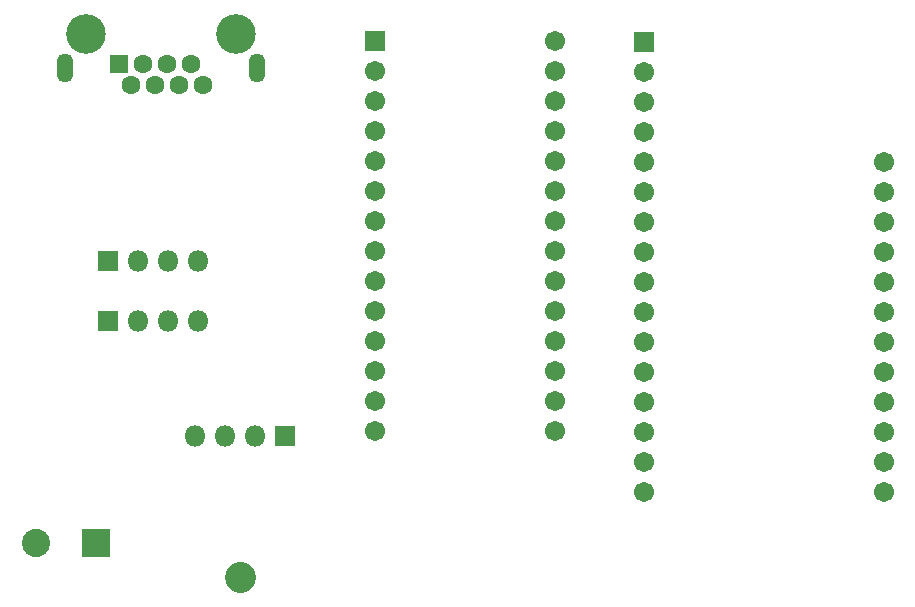
<source format=gbr>
G04 #@! TF.GenerationSoftware,KiCad,Pcbnew,(5.1.5)-3*
G04 #@! TF.CreationDate,2021-10-23T21:01:19-05:00*
G04 #@! TF.ProjectId,ControlInputTestTeensy,436f6e74-726f-46c4-996e-707574546573,rev?*
G04 #@! TF.SameCoordinates,Original*
G04 #@! TF.FileFunction,Soldermask,Top*
G04 #@! TF.FilePolarity,Negative*
%FSLAX46Y46*%
G04 Gerber Fmt 4.6, Leading zero omitted, Abs format (unit mm)*
G04 Created by KiCad (PCBNEW (5.1.5)-3) date 2021-10-23 21:01:19*
%MOMM*%
%LPD*%
G04 APERTURE LIST*
%ADD10C,2.602000*%
%ADD11R,1.802000X1.802000*%
%ADD12O,1.802000X1.802000*%
%ADD13C,3.352000*%
%ADD14C,1.602000*%
%ADD15R,1.602000X1.602000*%
%ADD16O,1.361000X2.464000*%
%ADD17R,2.388000X2.388000*%
%ADD18C,2.388000*%
%ADD19C,1.702000*%
%ADD20R,1.702000X1.702000*%
G04 APERTURE END LIST*
D10*
X132228100Y-147359000D02*
X132228100Y-147359000D01*
D11*
X136000000Y-135400000D03*
D12*
X133460000Y-135400000D03*
X130920000Y-135400000D03*
X128380000Y-135400000D03*
D13*
X131848320Y-101389180D03*
X119148320Y-101389180D03*
D14*
X129059020Y-105709180D03*
X128039020Y-103929180D03*
X127029020Y-105709180D03*
X126009020Y-103929180D03*
X124999020Y-105709180D03*
X123979020Y-103929180D03*
X122969020Y-105709180D03*
D15*
X121949020Y-103929180D03*
D16*
X133628320Y-104291130D03*
X117368320Y-104291130D03*
D12*
X128650240Y-125678980D03*
X126110240Y-125678980D03*
X123570240Y-125678980D03*
D11*
X121030240Y-125678980D03*
D17*
X120010000Y-144460000D03*
D18*
X114930000Y-144460000D03*
D11*
X121030240Y-120598980D03*
D12*
X123570240Y-120598980D03*
X126110240Y-120598980D03*
X128650240Y-120598980D03*
D19*
X166397940Y-135028940D03*
X166397940Y-132488940D03*
X166397940Y-129948940D03*
X166397940Y-127408940D03*
X166397940Y-124868940D03*
X166397940Y-122328940D03*
X166397940Y-119788940D03*
X166397940Y-117248940D03*
X166397940Y-114708940D03*
X166397940Y-112168940D03*
X166397940Y-109628940D03*
X166397940Y-107088940D03*
X166397940Y-104548940D03*
D20*
X166397940Y-102008940D03*
D19*
X186697940Y-140108940D03*
X186697940Y-137568940D03*
X186697940Y-135028940D03*
X186697940Y-132488940D03*
X186697940Y-129948940D03*
X186697940Y-127408940D03*
X186697940Y-124868940D03*
X186697940Y-122328940D03*
X186697940Y-119788940D03*
X186697940Y-117248940D03*
X186697940Y-114708940D03*
X186697940Y-112168940D03*
X166397940Y-137568940D03*
X166397940Y-140108940D03*
X143637000Y-134957820D03*
X143637000Y-132417820D03*
X143637000Y-129877820D03*
X143637000Y-127337820D03*
X143637000Y-124797820D03*
X143637000Y-122257820D03*
X143637000Y-119717820D03*
X143637000Y-117177820D03*
X143637000Y-114637820D03*
X143637000Y-112097820D03*
X143637000Y-109557820D03*
X143637000Y-107017820D03*
X143637000Y-104477820D03*
D20*
X143637000Y-101937820D03*
D19*
X158877000Y-134957820D03*
X158877000Y-132417820D03*
X158877000Y-129877820D03*
X158877000Y-127337820D03*
X158877000Y-124797820D03*
X158877000Y-122257820D03*
X158877000Y-119717820D03*
X158877000Y-117177820D03*
X158877000Y-114637820D03*
X158877000Y-112097820D03*
X158877000Y-109557820D03*
X158877000Y-107017820D03*
X158877000Y-104477820D03*
X158877000Y-101937820D03*
M02*

</source>
